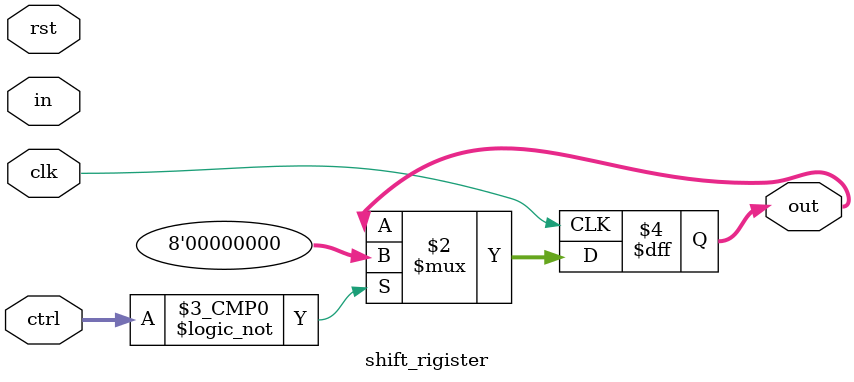
<source format=v>
module shift_rigister #(parameter N = 8) (
        input clk,
        input rst,
        input [2:0] ctrl,
        input in,
        output reg [N-1:0] out
    );

    always @(posedge clk) begin
        case(ctrl)
            3'd0:
                out <= {N{1'b0}};
        endcase
    end

endmodule

</source>
